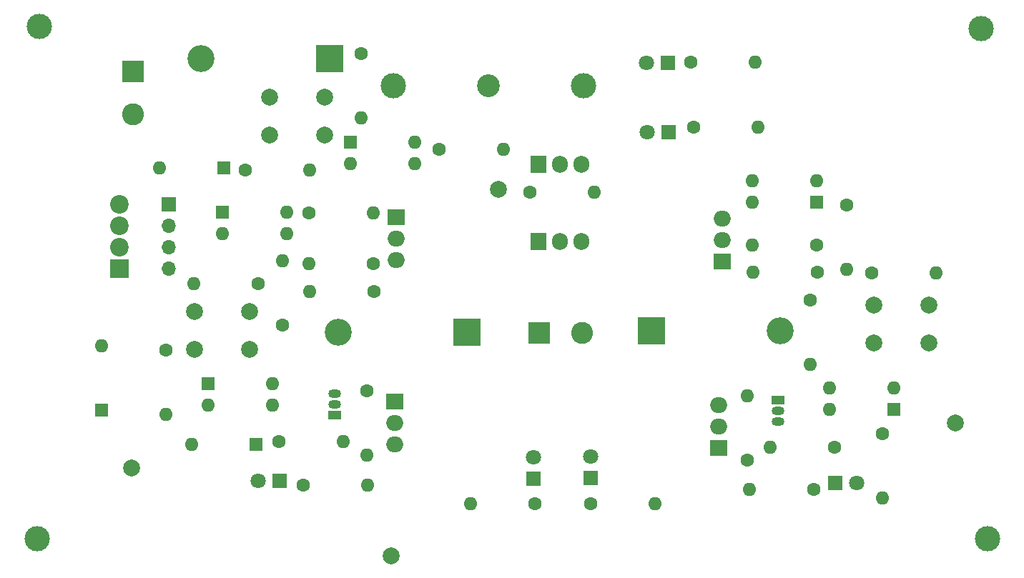
<source format=gbr>
%TF.GenerationSoftware,KiCad,Pcbnew,8.0.0*%
%TF.CreationDate,2024-03-17T18:16:09+01:00*%
%TF.ProjectId,Motor_Control,4d6f746f-725f-4436-9f6e-74726f6c2e6b,rev?*%
%TF.SameCoordinates,Original*%
%TF.FileFunction,Soldermask,Bot*%
%TF.FilePolarity,Negative*%
%FSLAX46Y46*%
G04 Gerber Fmt 4.6, Leading zero omitted, Abs format (unit mm)*
G04 Created by KiCad (PCBNEW 8.0.0) date 2024-03-17 18:16:09*
%MOMM*%
%LPD*%
G01*
G04 APERTURE LIST*
%ADD10C,3.000000*%
%ADD11R,1.800000X1.800000*%
%ADD12C,1.800000*%
%ADD13C,1.600000*%
%ADD14O,1.600000X1.600000*%
%ADD15C,2.000000*%
%ADD16R,1.905000X2.000000*%
%ADD17O,1.905000X2.000000*%
%ADD18R,1.600000X1.600000*%
%ADD19R,2.000000X1.905000*%
%ADD20O,2.000000X1.905000*%
%ADD21R,3.200000X3.200000*%
%ADD22O,3.200000X3.200000*%
%ADD23R,1.500000X1.050000*%
%ADD24O,1.500000X1.050000*%
%ADD25R,2.600000X2.600000*%
%ADD26C,2.600000*%
%ADD27R,1.700000X1.700000*%
%ADD28O,1.700000X1.700000*%
%ADD29R,2.200000X2.200000*%
%ADD30C,2.200000*%
%ADD31C,2.700000*%
G04 APERTURE END LIST*
D10*
%TO.C,H3*%
X259588000Y-108204000D03*
%TD*%
D11*
%TO.C,D1*%
X221742000Y-51816000D03*
D12*
X219202000Y-51816000D03*
%TD*%
D10*
%TO.C,H4*%
X147320000Y-47498000D03*
%TD*%
D13*
%TO.C,R19*%
X241475000Y-97375000D03*
D14*
X233855000Y-97375000D03*
%TD*%
D15*
%TO.C,SW2*%
X252678000Y-85054000D03*
X246178000Y-85054000D03*
X252678000Y-80554000D03*
X246178000Y-80554000D03*
%TD*%
D13*
%TO.C,R3*%
X224790000Y-59425000D03*
D14*
X232410000Y-59425000D03*
%TD*%
D16*
%TO.C,Q1*%
X206395000Y-63875000D03*
D17*
X208935000Y-63875000D03*
X211475000Y-63875000D03*
%TD*%
D18*
%TO.C,U3*%
X239345000Y-68375000D03*
D14*
X239345000Y-65835000D03*
X231725000Y-65835000D03*
X231725000Y-68375000D03*
%TD*%
D13*
%TO.C,R26*%
X173228000Y-77978000D03*
D14*
X165608000Y-77978000D03*
%TD*%
D19*
%TO.C,Q3*%
X228195000Y-75383000D03*
D20*
X228195000Y-72843000D03*
X228195000Y-70303000D03*
%TD*%
D13*
%TO.C,R10*%
X239360000Y-73400000D03*
D14*
X231740000Y-73400000D03*
%TD*%
D11*
%TO.C,D6*%
X175768000Y-101346000D03*
D12*
X173228000Y-101346000D03*
%TD*%
D13*
%TO.C,R21*%
X239014000Y-102362000D03*
D14*
X231394000Y-102362000D03*
%TD*%
D18*
%TO.C,U4*%
X167300000Y-89875000D03*
D14*
X167300000Y-92415000D03*
X174920000Y-92415000D03*
X174920000Y-89875000D03*
%TD*%
D13*
%TO.C,R13*%
X238615000Y-79940000D03*
D14*
X238615000Y-87560000D03*
%TD*%
D15*
%TO.C,SW3*%
X181075000Y-60350000D03*
X174575000Y-60350000D03*
X181075000Y-55850000D03*
X174575000Y-55850000D03*
%TD*%
D13*
%TO.C,R15*%
X247142000Y-95758000D03*
D14*
X247142000Y-103378000D03*
%TD*%
D13*
%TO.C,R14*%
X162306000Y-85852000D03*
D14*
X162306000Y-93472000D03*
%TD*%
D13*
%TO.C,R1*%
X205415000Y-67175000D03*
D14*
X213035000Y-67175000D03*
%TD*%
D18*
%TO.C,U2*%
X169000000Y-69525000D03*
D14*
X169000000Y-72065000D03*
X176620000Y-72065000D03*
X176620000Y-69525000D03*
%TD*%
D13*
%TO.C,R6*%
X186860000Y-75650000D03*
D14*
X179240000Y-75650000D03*
%TD*%
D11*
%TO.C,D2*%
X221825000Y-60000000D03*
D12*
X219285000Y-60000000D03*
%TD*%
D18*
%TO.C,U5*%
X248500000Y-92875000D03*
D14*
X248500000Y-90335000D03*
X240880000Y-90335000D03*
X240880000Y-92875000D03*
%TD*%
D13*
%TO.C,R11*%
X242925000Y-68665000D03*
D14*
X242925000Y-76285000D03*
%TD*%
D13*
%TO.C,R16*%
X186150000Y-90665000D03*
D14*
X186150000Y-98285000D03*
%TD*%
D21*
%TO.C,D5*%
X219773000Y-83601000D03*
D22*
X235013000Y-83601000D03*
%TD*%
D10*
%TO.C,H6*%
X147066000Y-108204000D03*
%TD*%
D19*
%TO.C,Q5*%
X227798000Y-97420000D03*
D20*
X227798000Y-94880000D03*
X227798000Y-92340000D03*
%TD*%
D23*
%TO.C,Q7*%
X234825000Y-91750000D03*
D24*
X234825000Y-93020000D03*
X234825000Y-94290000D03*
%TD*%
D13*
%TO.C,R18*%
X175690000Y-96700000D03*
D14*
X183310000Y-96700000D03*
%TD*%
D25*
%TO.C,J1*%
X158395000Y-52880000D03*
D26*
X158395000Y-57960000D03*
%TD*%
D27*
%TO.C,J2*%
X162624000Y-68567000D03*
D28*
X162624000Y-71107000D03*
X162624000Y-73647000D03*
X162624000Y-76187000D03*
%TD*%
D23*
%TO.C,Q6*%
X182285000Y-93595000D03*
D24*
X182285000Y-92325000D03*
X182285000Y-91055000D03*
%TD*%
D18*
%TO.C,D11*%
X154686000Y-92964000D03*
D14*
X154686000Y-85344000D03*
%TD*%
D13*
%TO.C,R8*%
X176125000Y-82860000D03*
D14*
X176125000Y-75240000D03*
%TD*%
D13*
%TO.C,R4*%
X171704000Y-64516000D03*
D14*
X179324000Y-64516000D03*
%TD*%
D15*
%TO.C,SW1*%
X172212000Y-85780000D03*
X165712000Y-85780000D03*
X172212000Y-81280000D03*
X165712000Y-81280000D03*
%TD*%
D11*
%TO.C,D9*%
X212625000Y-101025000D03*
D12*
X212625000Y-98485000D03*
%TD*%
D18*
%TO.C,D13*%
X169164000Y-64262000D03*
D14*
X161544000Y-64262000D03*
%TD*%
D11*
%TO.C,D7*%
X241544000Y-101600000D03*
D12*
X244084000Y-101600000D03*
%TD*%
D13*
%TO.C,R12*%
X186975000Y-78875000D03*
D14*
X179355000Y-78875000D03*
%TD*%
D13*
%TO.C,R2*%
X224507000Y-51716000D03*
D14*
X232127000Y-51716000D03*
%TD*%
D19*
%TO.C,Q4*%
X189416000Y-91994000D03*
D20*
X189416000Y-94534000D03*
X189416000Y-97074000D03*
%TD*%
D18*
%TO.C,D10*%
X172974000Y-97028000D03*
D14*
X165354000Y-97028000D03*
%TD*%
D29*
%TO.C,J4*%
X156809000Y-76232000D03*
D30*
X156809000Y-73692000D03*
X156809000Y-71152000D03*
X156809000Y-68612000D03*
%TD*%
D18*
%TO.C,U1*%
X184150000Y-61214000D03*
D14*
X184150000Y-63754000D03*
X191770000Y-63754000D03*
X191770000Y-61214000D03*
%TD*%
D13*
%TO.C,R9*%
X179240000Y-69625000D03*
D14*
X186860000Y-69625000D03*
%TD*%
D15*
%TO.C,H7*%
X158242000Y-99822000D03*
%TD*%
%TO.C,H1*%
X188976000Y-110236000D03*
%TD*%
D11*
%TO.C,D8*%
X205810000Y-101100000D03*
D12*
X205810000Y-98560000D03*
%TD*%
D19*
%TO.C,Q2*%
X189600000Y-70125000D03*
D20*
X189600000Y-72665000D03*
X189600000Y-75205000D03*
%TD*%
D13*
%TO.C,R25*%
X185465000Y-50715000D03*
D14*
X185465000Y-58335000D03*
%TD*%
D21*
%TO.C,D14*%
X181750000Y-51275000D03*
D22*
X166510000Y-51275000D03*
%TD*%
D15*
%TO.C,H8*%
X255778000Y-94488000D03*
%TD*%
D13*
%TO.C,R22*%
X205985000Y-104050000D03*
D14*
X198365000Y-104050000D03*
%TD*%
D25*
%TO.C,J3*%
X206545000Y-83825000D03*
D26*
X211625000Y-83825000D03*
%TD*%
D13*
%TO.C,R7*%
X239425000Y-76650000D03*
D14*
X231805000Y-76650000D03*
%TD*%
D21*
%TO.C,D4*%
X197970000Y-83700000D03*
D22*
X182730000Y-83700000D03*
%TD*%
D31*
%TO.C,F1*%
X200525000Y-54525000D03*
D10*
X189275000Y-54525000D03*
X211775000Y-54525000D03*
%TD*%
D15*
%TO.C,H2*%
X201676000Y-66794000D03*
%TD*%
D13*
%TO.C,R23*%
X212615000Y-104100000D03*
D14*
X220235000Y-104100000D03*
%TD*%
D13*
%TO.C,R20*%
X178562000Y-101854000D03*
D14*
X186182000Y-101854000D03*
%TD*%
D13*
%TO.C,R17*%
X231140000Y-98910000D03*
D14*
X231140000Y-91290000D03*
%TD*%
D16*
%TO.C,D3*%
X206395000Y-73000000D03*
D17*
X208935000Y-73000000D03*
X211475000Y-73000000D03*
%TD*%
D13*
%TO.C,R24*%
X245872000Y-76708000D03*
D14*
X253492000Y-76708000D03*
%TD*%
D10*
%TO.C,H5*%
X258826000Y-47752000D03*
%TD*%
D13*
%TO.C,R5*%
X194630000Y-62100000D03*
D14*
X202250000Y-62100000D03*
%TD*%
M02*

</source>
